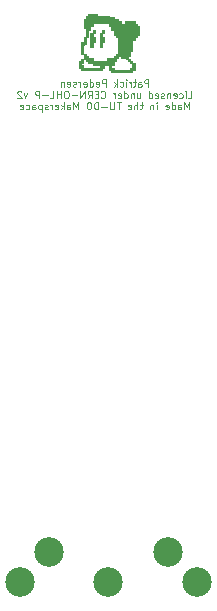
<source format=gbr>
%TF.GenerationSoftware,KiCad,Pcbnew,6.0.8-f2edbf62ab~116~ubuntu20.04.1*%
%TF.CreationDate,2022-11-14T20:45:06+01:00*%
%TF.ProjectId,MIDI_IN,4d494449-5f49-44e2-9e6b-696361645f70,rev?*%
%TF.SameCoordinates,Original*%
%TF.FileFunction,Legend,Bot*%
%TF.FilePolarity,Positive*%
%FSLAX46Y46*%
G04 Gerber Fmt 4.6, Leading zero omitted, Abs format (unit mm)*
G04 Created by KiCad (PCBNEW 6.0.8-f2edbf62ab~116~ubuntu20.04.1) date 2022-11-14 20:45:06*
%MOMM*%
%LPD*%
G01*
G04 APERTURE LIST*
%ADD10C,0.010000*%
%ADD11C,0.100000*%
%ADD12C,2.499360*%
G04 APERTURE END LIST*
D10*
G36*
X101244581Y-72447066D02*
G01*
X101046144Y-72447066D01*
X101046144Y-72248629D01*
X101244581Y-72248629D01*
X101244581Y-72447066D01*
G37*
X101244581Y-72447066D02*
X101046144Y-72447066D01*
X101046144Y-72248629D01*
X101244581Y-72248629D01*
X101244581Y-72447066D01*
G36*
X100265623Y-72843941D02*
G01*
X100464061Y-72843941D01*
X100464061Y-73240816D01*
X100265623Y-73240816D01*
X100265623Y-73637691D01*
X100067186Y-73637691D01*
X100067186Y-72447066D01*
X100265623Y-72447066D01*
X100265623Y-72843941D01*
G37*
X100265623Y-72843941D02*
X100464061Y-72843941D01*
X100464061Y-73240816D01*
X100265623Y-73240816D01*
X100265623Y-73637691D01*
X100067186Y-73637691D01*
X100067186Y-72447066D01*
X100265623Y-72447066D01*
X100265623Y-72843941D01*
G36*
X101058610Y-75416446D02*
G01*
X101057190Y-75421394D01*
X101055871Y-75427083D01*
X101054652Y-75433518D01*
X101053532Y-75440701D01*
X101051588Y-75457327D01*
X101050032Y-75476987D01*
X101048859Y-75499709D01*
X101044972Y-75595621D01*
X100724745Y-75597076D01*
X100156467Y-75598604D01*
X99621268Y-75597226D01*
X99287811Y-75595631D01*
X99283926Y-75499719D01*
X99283387Y-75487974D01*
X99282753Y-75476997D01*
X99282024Y-75466786D01*
X99281198Y-75457337D01*
X99280274Y-75448647D01*
X99279253Y-75440711D01*
X99278134Y-75433528D01*
X99276915Y-75427093D01*
X99276268Y-75424155D01*
X99275595Y-75421403D01*
X99274898Y-75418837D01*
X99274176Y-75416455D01*
X99273428Y-75414258D01*
X99272655Y-75412246D01*
X99271856Y-75410417D01*
X99271031Y-75408771D01*
X99270181Y-75407308D01*
X99269305Y-75406028D01*
X99268403Y-75404930D01*
X99267476Y-75404013D01*
X99266522Y-75403278D01*
X99265542Y-75402723D01*
X99264535Y-75402349D01*
X99263503Y-75402155D01*
X99250819Y-75401382D01*
X99228508Y-75400500D01*
X99199716Y-75399618D01*
X99167591Y-75398845D01*
X99088217Y-75397190D01*
X99088217Y-75211974D01*
X99280048Y-75211974D01*
X99375959Y-75211968D01*
X99471871Y-75211962D01*
X99473336Y-75281416D01*
X99473714Y-75310732D01*
X99473662Y-75339211D01*
X99473484Y-75352119D01*
X99473210Y-75363597D01*
X99472844Y-75373237D01*
X99472390Y-75380634D01*
X99472409Y-75380644D01*
X99469999Y-75410410D01*
X100854919Y-75410410D01*
X100854619Y-75314498D01*
X100854319Y-75218587D01*
X100266771Y-75211468D01*
X100259011Y-75020148D01*
X99875365Y-75020148D01*
X99868750Y-74921958D01*
X99862136Y-74823768D01*
X99766224Y-74826933D01*
X99670313Y-74830097D01*
X99670313Y-74628725D01*
X99478490Y-74636495D01*
X99476835Y-74719178D01*
X99473555Y-74911001D01*
X99471930Y-75020142D01*
X99379297Y-75015746D01*
X99369855Y-75015356D01*
X99360670Y-75015089D01*
X99351788Y-75014941D01*
X99343258Y-75014909D01*
X99335126Y-75014991D01*
X99327443Y-75015181D01*
X99320254Y-75015478D01*
X99313609Y-75015878D01*
X99307555Y-75016376D01*
X99302140Y-75016971D01*
X99297412Y-75017658D01*
X99293419Y-75018434D01*
X99290210Y-75019296D01*
X99288913Y-75019757D01*
X99287831Y-75020240D01*
X99286968Y-75020741D01*
X99286331Y-75021263D01*
X99285926Y-75021803D01*
X99285758Y-75022361D01*
X99284411Y-75056367D01*
X99282448Y-75122671D01*
X99280048Y-75211974D01*
X99088217Y-75211974D01*
X99088217Y-74829494D01*
X99184128Y-74825610D01*
X99280040Y-74821725D01*
X99287809Y-74629902D01*
X99485088Y-74629902D01*
X99485088Y-74219798D01*
X99286650Y-74219798D01*
X99286650Y-73240839D01*
X99485088Y-73240839D01*
X99485088Y-73050559D01*
X99485000Y-72979623D01*
X99485224Y-72951346D01*
X99485924Y-72927396D01*
X99487322Y-72907420D01*
X99488352Y-72898812D01*
X99489641Y-72891066D01*
X99491215Y-72884137D01*
X99493104Y-72877983D01*
X99495334Y-72872558D01*
X99497933Y-72867819D01*
X99500930Y-72863722D01*
X99504351Y-72860223D01*
X99508226Y-72857278D01*
X99512582Y-72854842D01*
X99517446Y-72852873D01*
X99522847Y-72851326D01*
X99528812Y-72850157D01*
X99535369Y-72849323D01*
X99542546Y-72848778D01*
X99550371Y-72848480D01*
X99568076Y-72848447D01*
X99612484Y-72849401D01*
X99676809Y-72850581D01*
X99675204Y-72939878D01*
X99673588Y-73063008D01*
X99671949Y-73233648D01*
X99670294Y-73438120D01*
X99574382Y-73442005D01*
X99478471Y-73445890D01*
X99478471Y-74213181D01*
X99676909Y-74226411D01*
X99676458Y-74322322D01*
X99676008Y-74418233D01*
X99868750Y-74418233D01*
X99868750Y-74616670D01*
X99977891Y-74618320D01*
X100173021Y-74621626D01*
X100259011Y-74623286D01*
X100262891Y-74718929D01*
X100266771Y-74814574D01*
X100854402Y-74818149D01*
X101442032Y-74821724D01*
X101445833Y-74722505D01*
X101449633Y-74623286D01*
X102037182Y-74616167D01*
X102044946Y-74424847D01*
X102127628Y-74423193D01*
X102160776Y-74422422D01*
X102189908Y-74421542D01*
X102211879Y-74420661D01*
X102219194Y-74420254D01*
X102223539Y-74419888D01*
X102224235Y-74419677D01*
X102224920Y-74419224D01*
X102226255Y-74417612D01*
X102227537Y-74415097D01*
X102228762Y-74411722D01*
X102229922Y-74407533D01*
X102231012Y-74402573D01*
X102232959Y-74390520D01*
X102234555Y-74375917D01*
X102235753Y-74359118D01*
X102236507Y-74340480D01*
X102236769Y-74320355D01*
X102236769Y-74222477D01*
X102312836Y-74225457D01*
X102357215Y-74229085D01*
X102374726Y-74230072D01*
X102389439Y-74228688D01*
X102401595Y-74223569D01*
X102411433Y-74213349D01*
X102419193Y-74196663D01*
X102425117Y-74172147D01*
X102429444Y-74138435D01*
X102432414Y-74094164D01*
X102435247Y-73968480D01*
X102435206Y-73530338D01*
X102435206Y-72843964D01*
X102236769Y-72843964D01*
X102236769Y-72645527D01*
X102038331Y-72645527D01*
X102038331Y-72248652D01*
X101839895Y-72248652D01*
X101839895Y-71857473D01*
X101743984Y-71857923D01*
X101648072Y-71858373D01*
X101641458Y-71756999D01*
X101634843Y-71655625D01*
X100265625Y-71657435D01*
X100265625Y-71851755D01*
X100067187Y-71851755D01*
X100067187Y-72248630D01*
X99868750Y-72248630D01*
X99868750Y-72843942D01*
X99674537Y-72843942D01*
X99677137Y-72509906D01*
X99677669Y-72375248D01*
X99677198Y-72255534D01*
X99675834Y-72163788D01*
X99674853Y-72132472D01*
X99673692Y-72113031D01*
X99667649Y-72050192D01*
X99485106Y-72050192D01*
X99485106Y-71269672D01*
X99670314Y-71269672D01*
X99671969Y-71223370D01*
X99672369Y-71213799D01*
X99672872Y-71204348D01*
X99673458Y-71195261D01*
X99674108Y-71186783D01*
X99674800Y-71179158D01*
X99675514Y-71172629D01*
X99676231Y-71167441D01*
X99676583Y-71165427D01*
X99676929Y-71163839D01*
X99677627Y-71160372D01*
X99678344Y-71155571D01*
X99679058Y-71149654D01*
X99679750Y-71142838D01*
X99680399Y-71135340D01*
X99680986Y-71127376D01*
X99681489Y-71119165D01*
X99681889Y-71110922D01*
X99683544Y-71071235D01*
X99868752Y-71071235D01*
X99870407Y-71031548D01*
X99871310Y-71014050D01*
X99872546Y-70995747D01*
X99873952Y-70978807D01*
X99874668Y-70971527D01*
X99875367Y-70965402D01*
X99876782Y-70952519D01*
X99878188Y-70937000D01*
X99879423Y-70920800D01*
X99880326Y-70905870D01*
X99881981Y-70872797D01*
X100648114Y-70872797D01*
X100651999Y-70968709D01*
X100655884Y-71064620D01*
X101342255Y-71071235D01*
X102028627Y-71077850D01*
X102031717Y-71263058D01*
X102427437Y-71276288D01*
X102423739Y-71345500D01*
X102422729Y-71366066D01*
X102422119Y-71384200D01*
X102422040Y-71400055D01*
X102422622Y-71413782D01*
X102423202Y-71419896D01*
X102423996Y-71425535D01*
X102425021Y-71430719D01*
X102426292Y-71435466D01*
X102427827Y-71439796D01*
X102429641Y-71443727D01*
X102431751Y-71447280D01*
X102434174Y-71450471D01*
X102436924Y-71453322D01*
X102440020Y-71455851D01*
X102443477Y-71458077D01*
X102447311Y-71460019D01*
X102451539Y-71461696D01*
X102456177Y-71463127D01*
X102461241Y-71464331D01*
X102466748Y-71465328D01*
X102472715Y-71466136D01*
X102479156Y-71466774D01*
X102493531Y-71467618D01*
X102510003Y-71468013D01*
X102528702Y-71468111D01*
X102620415Y-71468111D01*
X102620415Y-71666548D01*
X103030519Y-71666548D01*
X103030519Y-71468111D01*
X103813315Y-71468111D01*
X103810328Y-71517720D01*
X103809765Y-71528698D01*
X103809314Y-71540897D01*
X103808761Y-71567329D01*
X103808708Y-71593762D01*
X103808880Y-71605961D01*
X103809190Y-71616939D01*
X103811039Y-71666548D01*
X104012939Y-71666548D01*
X104005659Y-71711410D01*
X104004345Y-71721531D01*
X104003407Y-71733118D01*
X104002845Y-71745763D01*
X104002659Y-71759060D01*
X104002848Y-71772603D01*
X104003413Y-71785983D01*
X104004354Y-71798794D01*
X104005670Y-71810628D01*
X104012960Y-71864986D01*
X104209684Y-71864986D01*
X104201300Y-72632248D01*
X104154998Y-72633158D01*
X104134573Y-72633913D01*
X104112346Y-72635328D01*
X104089629Y-72637253D01*
X104067730Y-72639538D01*
X104047961Y-72642032D01*
X104031632Y-72644586D01*
X104025168Y-72645838D01*
X104020054Y-72647048D01*
X104016456Y-72648198D01*
X104015276Y-72648745D01*
X104014537Y-72649269D01*
X104014169Y-72650084D01*
X104013781Y-72651782D01*
X104012963Y-72657638D01*
X104012108Y-72666456D01*
X104011241Y-72677859D01*
X104009580Y-72706900D01*
X104008188Y-72741727D01*
X104007682Y-72756432D01*
X104007148Y-72769434D01*
X104006544Y-72780839D01*
X104005832Y-72790754D01*
X104005423Y-72795187D01*
X104004972Y-72799287D01*
X104004474Y-72803068D01*
X104003924Y-72806543D01*
X104003316Y-72809726D01*
X104002647Y-72812630D01*
X104001911Y-72815268D01*
X104001103Y-72817653D01*
X104000218Y-72819800D01*
X103999250Y-72821720D01*
X103998196Y-72823429D01*
X103997051Y-72824938D01*
X103995808Y-72826261D01*
X103994463Y-72827412D01*
X103993012Y-72828404D01*
X103991448Y-72829250D01*
X103989768Y-72829964D01*
X103987967Y-72830559D01*
X103986038Y-72831047D01*
X103983978Y-72831444D01*
X103981780Y-72831761D01*
X103979442Y-72832013D01*
X103974319Y-72832372D01*
X103967824Y-72832771D01*
X103961243Y-72833274D01*
X103954757Y-72833861D01*
X103948548Y-72834510D01*
X103942796Y-72835202D01*
X103937684Y-72835916D01*
X103933392Y-72836633D01*
X103930102Y-72837331D01*
X103926364Y-72838030D01*
X103920790Y-72838746D01*
X103913649Y-72839460D01*
X103905215Y-72840152D01*
X103885547Y-72841388D01*
X103863956Y-72842291D01*
X103811039Y-72843946D01*
X103811039Y-73029155D01*
X103612602Y-73029155D01*
X103612602Y-74021342D01*
X103414164Y-74021342D01*
X103414164Y-74418217D01*
X103215727Y-74418217D01*
X103215727Y-74629884D01*
X103414164Y-74629884D01*
X103414164Y-74812921D01*
X103320402Y-74817316D01*
X103301455Y-74818086D01*
X103283565Y-74818586D01*
X103267137Y-74818822D01*
X103252579Y-74818798D01*
X103240298Y-74818519D01*
X103235138Y-74818285D01*
X103230700Y-74817989D01*
X103227035Y-74817632D01*
X103224193Y-74817213D01*
X103222225Y-74816735D01*
X103221585Y-74816473D01*
X103221183Y-74816196D01*
X103220627Y-74815166D01*
X103220087Y-74813244D01*
X103219064Y-74806923D01*
X103218138Y-74797627D01*
X103217330Y-74785749D01*
X103216662Y-74771682D01*
X103216157Y-74755821D01*
X103215838Y-74738557D01*
X103215727Y-74720285D01*
X103215727Y-74629886D01*
X103172732Y-74629351D01*
X103023784Y-74625901D01*
X102847212Y-74619877D01*
X102698925Y-74613425D01*
X102652860Y-74610711D01*
X102634832Y-74608695D01*
X102634295Y-74607711D01*
X102633801Y-74605843D01*
X102632954Y-74599647D01*
X102632302Y-74590495D01*
X102631854Y-74578776D01*
X102631620Y-74564878D01*
X102631612Y-74549190D01*
X102631839Y-74532100D01*
X102632312Y-74513996D01*
X102635218Y-74424393D01*
X102435207Y-74424393D01*
X102435207Y-74520524D01*
X102435148Y-74532704D01*
X102434971Y-74544006D01*
X102434673Y-74554443D01*
X102434252Y-74564031D01*
X102433704Y-74572784D01*
X102433028Y-74580716D01*
X102432222Y-74587842D01*
X102431768Y-74591107D01*
X102431282Y-74594176D01*
X102430761Y-74597050D01*
X102430206Y-74599733D01*
X102429616Y-74602224D01*
X102428992Y-74604526D01*
X102428333Y-74606642D01*
X102427638Y-74608572D01*
X102426907Y-74610318D01*
X102426140Y-74611883D01*
X102425337Y-74613268D01*
X102424497Y-74614475D01*
X102423620Y-74615505D01*
X102422706Y-74616361D01*
X102421754Y-74617045D01*
X102420765Y-74617557D01*
X102419737Y-74617901D01*
X102418670Y-74618077D01*
X102405986Y-74618777D01*
X102383675Y-74619634D01*
X102322759Y-74621382D01*
X102243384Y-74623267D01*
X102239497Y-74719179D01*
X102235609Y-74815089D01*
X102179965Y-74816429D01*
X102154967Y-74816763D01*
X102128036Y-74816683D01*
X102102411Y-74816223D01*
X102091098Y-74815860D01*
X102081326Y-74815414D01*
X102038331Y-74813059D01*
X102038331Y-75211961D01*
X101839894Y-75211961D01*
X101839894Y-75410398D01*
X102038331Y-75410398D01*
X102038331Y-75609071D01*
X102729445Y-75605647D01*
X103420559Y-75602222D01*
X103417767Y-75506310D01*
X103414975Y-75410399D01*
X103613309Y-75410399D01*
X103605987Y-75020139D01*
X103420779Y-75020139D01*
X103416892Y-74924227D01*
X103413005Y-74828316D01*
X103612601Y-74828316D01*
X103612601Y-74920920D01*
X103612653Y-74930362D01*
X103612804Y-74939557D01*
X103613049Y-74948457D01*
X103613384Y-74957013D01*
X103613803Y-74965176D01*
X103614302Y-74972898D01*
X103614874Y-74980132D01*
X103615516Y-74986828D01*
X103616221Y-74992938D01*
X103616986Y-74998414D01*
X103617804Y-75003208D01*
X103618671Y-75007270D01*
X103619581Y-75010554D01*
X103620530Y-75013010D01*
X103621017Y-75013912D01*
X103621512Y-75014590D01*
X103622015Y-75015036D01*
X103622523Y-75015245D01*
X103632617Y-75016674D01*
X103646500Y-75018176D01*
X103682297Y-75021156D01*
X103723232Y-75023702D01*
X103762626Y-75025336D01*
X103813433Y-75026751D01*
X103804529Y-75595605D01*
X103728409Y-75597260D01*
X103697548Y-75598032D01*
X103669792Y-75598914D01*
X103648180Y-75599796D01*
X103640628Y-75600203D01*
X103635753Y-75600569D01*
X103633715Y-75601137D01*
X103631781Y-75602425D01*
X103629952Y-75604437D01*
X103628226Y-75607176D01*
X103626603Y-75610644D01*
X103625082Y-75614846D01*
X103623663Y-75619784D01*
X103622344Y-75625462D01*
X103621125Y-75631883D01*
X103620005Y-75639051D01*
X103618061Y-75655638D01*
X103616506Y-75675250D01*
X103615334Y-75697912D01*
X103611452Y-75793600D01*
X103271376Y-75797131D01*
X103271364Y-75797134D01*
X102969008Y-75799117D01*
X102719621Y-75798955D01*
X102181112Y-75795650D01*
X101854270Y-75794050D01*
X101846496Y-75602227D01*
X101750584Y-75598342D01*
X101654673Y-75594457D01*
X101652860Y-75426365D01*
X101651604Y-75300849D01*
X101651136Y-75235121D01*
X101650407Y-75230193D01*
X101648025Y-75225792D01*
X101643766Y-75221902D01*
X101637400Y-75218506D01*
X101628701Y-75215587D01*
X101617441Y-75213128D01*
X101603394Y-75211113D01*
X101586332Y-75209524D01*
X101542253Y-75207559D01*
X101483387Y-75207098D01*
X101407916Y-75208007D01*
X101314022Y-75210151D01*
X101244569Y-75211971D01*
X101244569Y-75397180D01*
X101165194Y-75398835D01*
X101133069Y-75399608D01*
X101104278Y-75400490D01*
X101081967Y-75401371D01*
X101074224Y-75401778D01*
X101069283Y-75402145D01*
X101067244Y-75402713D01*
X101065310Y-75404003D01*
X101063480Y-75406018D01*
X101061754Y-75408761D01*
X101060984Y-75410410D01*
X101060131Y-75412236D01*
X101058610Y-75416446D01*
G37*
X101058610Y-75416446D02*
X101057190Y-75421394D01*
X101055871Y-75427083D01*
X101054652Y-75433518D01*
X101053532Y-75440701D01*
X101051588Y-75457327D01*
X101050032Y-75476987D01*
X101048859Y-75499709D01*
X101044972Y-75595621D01*
X100724745Y-75597076D01*
X100156467Y-75598604D01*
X99621268Y-75597226D01*
X99287811Y-75595631D01*
X99283926Y-75499719D01*
X99283387Y-75487974D01*
X99282753Y-75476997D01*
X99282024Y-75466786D01*
X99281198Y-75457337D01*
X99280274Y-75448647D01*
X99279253Y-75440711D01*
X99278134Y-75433528D01*
X99276915Y-75427093D01*
X99276268Y-75424155D01*
X99275595Y-75421403D01*
X99274898Y-75418837D01*
X99274176Y-75416455D01*
X99273428Y-75414258D01*
X99272655Y-75412246D01*
X99271856Y-75410417D01*
X99271031Y-75408771D01*
X99270181Y-75407308D01*
X99269305Y-75406028D01*
X99268403Y-75404930D01*
X99267476Y-75404013D01*
X99266522Y-75403278D01*
X99265542Y-75402723D01*
X99264535Y-75402349D01*
X99263503Y-75402155D01*
X99250819Y-75401382D01*
X99228508Y-75400500D01*
X99199716Y-75399618D01*
X99167591Y-75398845D01*
X99088217Y-75397190D01*
X99088217Y-75211974D01*
X99280048Y-75211974D01*
X99375959Y-75211968D01*
X99471871Y-75211962D01*
X99473336Y-75281416D01*
X99473714Y-75310732D01*
X99473662Y-75339211D01*
X99473484Y-75352119D01*
X99473210Y-75363597D01*
X99472844Y-75373237D01*
X99472390Y-75380634D01*
X99472409Y-75380644D01*
X99469999Y-75410410D01*
X100854919Y-75410410D01*
X100854619Y-75314498D01*
X100854319Y-75218587D01*
X100266771Y-75211468D01*
X100259011Y-75020148D01*
X99875365Y-75020148D01*
X99868750Y-74921958D01*
X99862136Y-74823768D01*
X99766224Y-74826933D01*
X99670313Y-74830097D01*
X99670313Y-74628725D01*
X99478490Y-74636495D01*
X99476835Y-74719178D01*
X99473555Y-74911001D01*
X99471930Y-75020142D01*
X99379297Y-75015746D01*
X99369855Y-75015356D01*
X99360670Y-75015089D01*
X99351788Y-75014941D01*
X99343258Y-75014909D01*
X99335126Y-75014991D01*
X99327443Y-75015181D01*
X99320254Y-75015478D01*
X99313609Y-75015878D01*
X99307555Y-75016376D01*
X99302140Y-75016971D01*
X99297412Y-75017658D01*
X99293419Y-75018434D01*
X99290210Y-75019296D01*
X99288913Y-75019757D01*
X99287831Y-75020240D01*
X99286968Y-75020741D01*
X99286331Y-75021263D01*
X99285926Y-75021803D01*
X99285758Y-75022361D01*
X99284411Y-75056367D01*
X99282448Y-75122671D01*
X99280048Y-75211974D01*
X99088217Y-75211974D01*
X99088217Y-74829494D01*
X99184128Y-74825610D01*
X99280040Y-74821725D01*
X99287809Y-74629902D01*
X99485088Y-74629902D01*
X99485088Y-74219798D01*
X99286650Y-74219798D01*
X99286650Y-73240839D01*
X99485088Y-73240839D01*
X99485088Y-73050559D01*
X99485000Y-72979623D01*
X99485224Y-72951346D01*
X99485924Y-72927396D01*
X99487322Y-72907420D01*
X99488352Y-72898812D01*
X99489641Y-72891066D01*
X99491215Y-72884137D01*
X99493104Y-72877983D01*
X99495334Y-72872558D01*
X99497933Y-72867819D01*
X99500930Y-72863722D01*
X99504351Y-72860223D01*
X99508226Y-72857278D01*
X99512582Y-72854842D01*
X99517446Y-72852873D01*
X99522847Y-72851326D01*
X99528812Y-72850157D01*
X99535369Y-72849323D01*
X99542546Y-72848778D01*
X99550371Y-72848480D01*
X99568076Y-72848447D01*
X99612484Y-72849401D01*
X99676809Y-72850581D01*
X99675204Y-72939878D01*
X99673588Y-73063008D01*
X99671949Y-73233648D01*
X99670294Y-73438120D01*
X99574382Y-73442005D01*
X99478471Y-73445890D01*
X99478471Y-74213181D01*
X99676909Y-74226411D01*
X99676458Y-74322322D01*
X99676008Y-74418233D01*
X99868750Y-74418233D01*
X99868750Y-74616670D01*
X99977891Y-74618320D01*
X100173021Y-74621626D01*
X100259011Y-74623286D01*
X100262891Y-74718929D01*
X100266771Y-74814574D01*
X100854402Y-74818149D01*
X101442032Y-74821724D01*
X101445833Y-74722505D01*
X101449633Y-74623286D01*
X102037182Y-74616167D01*
X102044946Y-74424847D01*
X102127628Y-74423193D01*
X102160776Y-74422422D01*
X102189908Y-74421542D01*
X102211879Y-74420661D01*
X102219194Y-74420254D01*
X102223539Y-74419888D01*
X102224235Y-74419677D01*
X102224920Y-74419224D01*
X102226255Y-74417612D01*
X102227537Y-74415097D01*
X102228762Y-74411722D01*
X102229922Y-74407533D01*
X102231012Y-74402573D01*
X102232959Y-74390520D01*
X102234555Y-74375917D01*
X102235753Y-74359118D01*
X102236507Y-74340480D01*
X102236769Y-74320355D01*
X102236769Y-74222477D01*
X102312836Y-74225457D01*
X102357215Y-74229085D01*
X102374726Y-74230072D01*
X102389439Y-74228688D01*
X102401595Y-74223569D01*
X102411433Y-74213349D01*
X102419193Y-74196663D01*
X102425117Y-74172147D01*
X102429444Y-74138435D01*
X102432414Y-74094164D01*
X102435247Y-73968480D01*
X102435206Y-73530338D01*
X102435206Y-72843964D01*
X102236769Y-72843964D01*
X102236769Y-72645527D01*
X102038331Y-72645527D01*
X102038331Y-72248652D01*
X101839895Y-72248652D01*
X101839895Y-71857473D01*
X101743984Y-71857923D01*
X101648072Y-71858373D01*
X101641458Y-71756999D01*
X101634843Y-71655625D01*
X100265625Y-71657435D01*
X100265625Y-71851755D01*
X100067187Y-71851755D01*
X100067187Y-72248630D01*
X99868750Y-72248630D01*
X99868750Y-72843942D01*
X99674537Y-72843942D01*
X99677137Y-72509906D01*
X99677669Y-72375248D01*
X99677198Y-72255534D01*
X99675834Y-72163788D01*
X99674853Y-72132472D01*
X99673692Y-72113031D01*
X99667649Y-72050192D01*
X99485106Y-72050192D01*
X99485106Y-71269672D01*
X99670314Y-71269672D01*
X99671969Y-71223370D01*
X99672369Y-71213799D01*
X99672872Y-71204348D01*
X99673458Y-71195261D01*
X99674108Y-71186783D01*
X99674800Y-71179158D01*
X99675514Y-71172629D01*
X99676231Y-71167441D01*
X99676583Y-71165427D01*
X99676929Y-71163839D01*
X99677627Y-71160372D01*
X99678344Y-71155571D01*
X99679058Y-71149654D01*
X99679750Y-71142838D01*
X99680399Y-71135340D01*
X99680986Y-71127376D01*
X99681489Y-71119165D01*
X99681889Y-71110922D01*
X99683544Y-71071235D01*
X99868752Y-71071235D01*
X99870407Y-71031548D01*
X99871310Y-71014050D01*
X99872546Y-70995747D01*
X99873952Y-70978807D01*
X99874668Y-70971527D01*
X99875367Y-70965402D01*
X99876782Y-70952519D01*
X99878188Y-70937000D01*
X99879423Y-70920800D01*
X99880326Y-70905870D01*
X99881981Y-70872797D01*
X100648114Y-70872797D01*
X100651999Y-70968709D01*
X100655884Y-71064620D01*
X101342255Y-71071235D01*
X102028627Y-71077850D01*
X102031717Y-71263058D01*
X102427437Y-71276288D01*
X102423739Y-71345500D01*
X102422729Y-71366066D01*
X102422119Y-71384200D01*
X102422040Y-71400055D01*
X102422622Y-71413782D01*
X102423202Y-71419896D01*
X102423996Y-71425535D01*
X102425021Y-71430719D01*
X102426292Y-71435466D01*
X102427827Y-71439796D01*
X102429641Y-71443727D01*
X102431751Y-71447280D01*
X102434174Y-71450471D01*
X102436924Y-71453322D01*
X102440020Y-71455851D01*
X102443477Y-71458077D01*
X102447311Y-71460019D01*
X102451539Y-71461696D01*
X102456177Y-71463127D01*
X102461241Y-71464331D01*
X102466748Y-71465328D01*
X102472715Y-71466136D01*
X102479156Y-71466774D01*
X102493531Y-71467618D01*
X102510003Y-71468013D01*
X102528702Y-71468111D01*
X102620415Y-71468111D01*
X102620415Y-71666548D01*
X103030519Y-71666548D01*
X103030519Y-71468111D01*
X103813315Y-71468111D01*
X103810328Y-71517720D01*
X103809765Y-71528698D01*
X103809314Y-71540897D01*
X103808761Y-71567329D01*
X103808708Y-71593762D01*
X103808880Y-71605961D01*
X103809190Y-71616939D01*
X103811039Y-71666548D01*
X104012939Y-71666548D01*
X104005659Y-71711410D01*
X104004345Y-71721531D01*
X104003407Y-71733118D01*
X104002845Y-71745763D01*
X104002659Y-71759060D01*
X104002848Y-71772603D01*
X104003413Y-71785983D01*
X104004354Y-71798794D01*
X104005670Y-71810628D01*
X104012960Y-71864986D01*
X104209684Y-71864986D01*
X104201300Y-72632248D01*
X104154998Y-72633158D01*
X104134573Y-72633913D01*
X104112346Y-72635328D01*
X104089629Y-72637253D01*
X104067730Y-72639538D01*
X104047961Y-72642032D01*
X104031632Y-72644586D01*
X104025168Y-72645838D01*
X104020054Y-72647048D01*
X104016456Y-72648198D01*
X104015276Y-72648745D01*
X104014537Y-72649269D01*
X104014169Y-72650084D01*
X104013781Y-72651782D01*
X104012963Y-72657638D01*
X104012108Y-72666456D01*
X104011241Y-72677859D01*
X104009580Y-72706900D01*
X104008188Y-72741727D01*
X104007682Y-72756432D01*
X104007148Y-72769434D01*
X104006544Y-72780839D01*
X104005832Y-72790754D01*
X104005423Y-72795187D01*
X104004972Y-72799287D01*
X104004474Y-72803068D01*
X104003924Y-72806543D01*
X104003316Y-72809726D01*
X104002647Y-72812630D01*
X104001911Y-72815268D01*
X104001103Y-72817653D01*
X104000218Y-72819800D01*
X103999250Y-72821720D01*
X103998196Y-72823429D01*
X103997051Y-72824938D01*
X103995808Y-72826261D01*
X103994463Y-72827412D01*
X103993012Y-72828404D01*
X103991448Y-72829250D01*
X103989768Y-72829964D01*
X103987967Y-72830559D01*
X103986038Y-72831047D01*
X103983978Y-72831444D01*
X103981780Y-72831761D01*
X103979442Y-72832013D01*
X103974319Y-72832372D01*
X103967824Y-72832771D01*
X103961243Y-72833274D01*
X103954757Y-72833861D01*
X103948548Y-72834510D01*
X103942796Y-72835202D01*
X103937684Y-72835916D01*
X103933392Y-72836633D01*
X103930102Y-72837331D01*
X103926364Y-72838030D01*
X103920790Y-72838746D01*
X103913649Y-72839460D01*
X103905215Y-72840152D01*
X103885547Y-72841388D01*
X103863956Y-72842291D01*
X103811039Y-72843946D01*
X103811039Y-73029155D01*
X103612602Y-73029155D01*
X103612602Y-74021342D01*
X103414164Y-74021342D01*
X103414164Y-74418217D01*
X103215727Y-74418217D01*
X103215727Y-74629884D01*
X103414164Y-74629884D01*
X103414164Y-74812921D01*
X103320402Y-74817316D01*
X103301455Y-74818086D01*
X103283565Y-74818586D01*
X103267137Y-74818822D01*
X103252579Y-74818798D01*
X103240298Y-74818519D01*
X103235138Y-74818285D01*
X103230700Y-74817989D01*
X103227035Y-74817632D01*
X103224193Y-74817213D01*
X103222225Y-74816735D01*
X103221585Y-74816473D01*
X103221183Y-74816196D01*
X103220627Y-74815166D01*
X103220087Y-74813244D01*
X103219064Y-74806923D01*
X103218138Y-74797627D01*
X103217330Y-74785749D01*
X103216662Y-74771682D01*
X103216157Y-74755821D01*
X103215838Y-74738557D01*
X103215727Y-74720285D01*
X103215727Y-74629886D01*
X103172732Y-74629351D01*
X103023784Y-74625901D01*
X102847212Y-74619877D01*
X102698925Y-74613425D01*
X102652860Y-74610711D01*
X102634832Y-74608695D01*
X102634295Y-74607711D01*
X102633801Y-74605843D01*
X102632954Y-74599647D01*
X102632302Y-74590495D01*
X102631854Y-74578776D01*
X102631620Y-74564878D01*
X102631612Y-74549190D01*
X102631839Y-74532100D01*
X102632312Y-74513996D01*
X102635218Y-74424393D01*
X102435207Y-74424393D01*
X102435207Y-74520524D01*
X102435148Y-74532704D01*
X102434971Y-74544006D01*
X102434673Y-74554443D01*
X102434252Y-74564031D01*
X102433704Y-74572784D01*
X102433028Y-74580716D01*
X102432222Y-74587842D01*
X102431768Y-74591107D01*
X102431282Y-74594176D01*
X102430761Y-74597050D01*
X102430206Y-74599733D01*
X102429616Y-74602224D01*
X102428992Y-74604526D01*
X102428333Y-74606642D01*
X102427638Y-74608572D01*
X102426907Y-74610318D01*
X102426140Y-74611883D01*
X102425337Y-74613268D01*
X102424497Y-74614475D01*
X102423620Y-74615505D01*
X102422706Y-74616361D01*
X102421754Y-74617045D01*
X102420765Y-74617557D01*
X102419737Y-74617901D01*
X102418670Y-74618077D01*
X102405986Y-74618777D01*
X102383675Y-74619634D01*
X102322759Y-74621382D01*
X102243384Y-74623267D01*
X102239497Y-74719179D01*
X102235609Y-74815089D01*
X102179965Y-74816429D01*
X102154967Y-74816763D01*
X102128036Y-74816683D01*
X102102411Y-74816223D01*
X102091098Y-74815860D01*
X102081326Y-74815414D01*
X102038331Y-74813059D01*
X102038331Y-75211961D01*
X101839894Y-75211961D01*
X101839894Y-75410398D01*
X102038331Y-75410398D01*
X102038331Y-75609071D01*
X102729445Y-75605647D01*
X103420559Y-75602222D01*
X103417767Y-75506310D01*
X103414975Y-75410399D01*
X103613309Y-75410399D01*
X103605987Y-75020139D01*
X103420779Y-75020139D01*
X103416892Y-74924227D01*
X103413005Y-74828316D01*
X103612601Y-74828316D01*
X103612601Y-74920920D01*
X103612653Y-74930362D01*
X103612804Y-74939557D01*
X103613049Y-74948457D01*
X103613384Y-74957013D01*
X103613803Y-74965176D01*
X103614302Y-74972898D01*
X103614874Y-74980132D01*
X103615516Y-74986828D01*
X103616221Y-74992938D01*
X103616986Y-74998414D01*
X103617804Y-75003208D01*
X103618671Y-75007270D01*
X103619581Y-75010554D01*
X103620530Y-75013010D01*
X103621017Y-75013912D01*
X103621512Y-75014590D01*
X103622015Y-75015036D01*
X103622523Y-75015245D01*
X103632617Y-75016674D01*
X103646500Y-75018176D01*
X103682297Y-75021156D01*
X103723232Y-75023702D01*
X103762626Y-75025336D01*
X103813433Y-75026751D01*
X103804529Y-75595605D01*
X103728409Y-75597260D01*
X103697548Y-75598032D01*
X103669792Y-75598914D01*
X103648180Y-75599796D01*
X103640628Y-75600203D01*
X103635753Y-75600569D01*
X103633715Y-75601137D01*
X103631781Y-75602425D01*
X103629952Y-75604437D01*
X103628226Y-75607176D01*
X103626603Y-75610644D01*
X103625082Y-75614846D01*
X103623663Y-75619784D01*
X103622344Y-75625462D01*
X103621125Y-75631883D01*
X103620005Y-75639051D01*
X103618061Y-75655638D01*
X103616506Y-75675250D01*
X103615334Y-75697912D01*
X103611452Y-75793600D01*
X103271376Y-75797131D01*
X103271364Y-75797134D01*
X102969008Y-75799117D01*
X102719621Y-75798955D01*
X102181112Y-75795650D01*
X101854270Y-75794050D01*
X101846496Y-75602227D01*
X101750584Y-75598342D01*
X101654673Y-75594457D01*
X101652860Y-75426365D01*
X101651604Y-75300849D01*
X101651136Y-75235121D01*
X101650407Y-75230193D01*
X101648025Y-75225792D01*
X101643766Y-75221902D01*
X101637400Y-75218506D01*
X101628701Y-75215587D01*
X101617441Y-75213128D01*
X101603394Y-75211113D01*
X101586332Y-75209524D01*
X101542253Y-75207559D01*
X101483387Y-75207098D01*
X101407916Y-75208007D01*
X101314022Y-75210151D01*
X101244569Y-75211971D01*
X101244569Y-75397180D01*
X101165194Y-75398835D01*
X101133069Y-75399608D01*
X101104278Y-75400490D01*
X101081967Y-75401371D01*
X101074224Y-75401778D01*
X101069283Y-75402145D01*
X101067244Y-75402713D01*
X101065310Y-75404003D01*
X101063480Y-75406018D01*
X101061754Y-75408761D01*
X101060984Y-75410410D01*
X101060131Y-75412236D01*
X101058610Y-75416446D01*
G36*
X101046144Y-72843941D02*
G01*
X101244581Y-72843941D01*
X101244581Y-73240816D01*
X101059373Y-73240816D01*
X101057719Y-73346650D01*
X101055886Y-73431940D01*
X101053262Y-73516748D01*
X101050385Y-73585959D01*
X101049022Y-73609994D01*
X101047797Y-73624462D01*
X101047798Y-73624462D01*
X101047595Y-73625149D01*
X101047162Y-73625827D01*
X101045632Y-73627149D01*
X101043250Y-73628423D01*
X101040062Y-73629642D01*
X101036112Y-73630800D01*
X101031444Y-73631890D01*
X101026103Y-73632907D01*
X101020133Y-73633844D01*
X101006484Y-73635451D01*
X100990852Y-73636662D01*
X100973592Y-73637426D01*
X100955059Y-73637691D01*
X100863975Y-73637691D01*
X100854563Y-73237509D01*
X100850805Y-73004332D01*
X100850569Y-72786789D01*
X100851739Y-72688442D01*
X100853749Y-72599476D01*
X100856586Y-72521717D01*
X100860238Y-72456989D01*
X100860394Y-72456480D01*
X100860789Y-72455978D01*
X100862268Y-72454995D01*
X100864626Y-72454046D01*
X100867816Y-72453136D01*
X100871789Y-72452269D01*
X100876498Y-72451451D01*
X100887933Y-72449981D01*
X100901737Y-72448767D01*
X100917528Y-72447849D01*
X100934923Y-72447269D01*
X100953540Y-72447066D01*
X101046144Y-72447066D01*
X101046144Y-72843941D01*
G37*
X101046144Y-72843941D02*
X101244581Y-72843941D01*
X101244581Y-73240816D01*
X101059373Y-73240816D01*
X101057719Y-73346650D01*
X101055886Y-73431940D01*
X101053262Y-73516748D01*
X101050385Y-73585959D01*
X101049022Y-73609994D01*
X101047797Y-73624462D01*
X101047798Y-73624462D01*
X101047595Y-73625149D01*
X101047162Y-73625827D01*
X101045632Y-73627149D01*
X101043250Y-73628423D01*
X101040062Y-73629642D01*
X101036112Y-73630800D01*
X101031444Y-73631890D01*
X101026103Y-73632907D01*
X101020133Y-73633844D01*
X101006484Y-73635451D01*
X100990852Y-73636662D01*
X100973592Y-73637426D01*
X100955059Y-73637691D01*
X100863975Y-73637691D01*
X100854563Y-73237509D01*
X100850805Y-73004332D01*
X100850569Y-72786789D01*
X100851739Y-72688442D01*
X100853749Y-72599476D01*
X100856586Y-72521717D01*
X100860238Y-72456989D01*
X100860394Y-72456480D01*
X100860789Y-72455978D01*
X100862268Y-72454995D01*
X100864626Y-72454046D01*
X100867816Y-72453136D01*
X100871789Y-72452269D01*
X100876498Y-72451451D01*
X100887933Y-72449981D01*
X100901737Y-72448767D01*
X100917528Y-72447849D01*
X100934923Y-72447269D01*
X100953540Y-72447066D01*
X101046144Y-72447066D01*
X101046144Y-72843941D01*
G36*
X100464061Y-72447066D02*
G01*
X100265623Y-72447066D01*
X100265623Y-72248629D01*
X100464061Y-72248629D01*
X100464061Y-72447066D01*
G37*
X100464061Y-72447066D02*
X100265623Y-72447066D01*
X100265623Y-72248629D01*
X100464061Y-72248629D01*
X100464061Y-72447066D01*
D11*
X104969800Y-77004028D02*
X104969800Y-76404028D01*
X104741228Y-76404028D01*
X104684085Y-76432600D01*
X104655514Y-76461171D01*
X104626942Y-76518314D01*
X104626942Y-76604028D01*
X104655514Y-76661171D01*
X104684085Y-76689742D01*
X104741228Y-76718314D01*
X104969800Y-76718314D01*
X104112657Y-77004028D02*
X104112657Y-76689742D01*
X104141228Y-76632600D01*
X104198371Y-76604028D01*
X104312657Y-76604028D01*
X104369800Y-76632600D01*
X104112657Y-76975457D02*
X104169800Y-77004028D01*
X104312657Y-77004028D01*
X104369800Y-76975457D01*
X104398371Y-76918314D01*
X104398371Y-76861171D01*
X104369800Y-76804028D01*
X104312657Y-76775457D01*
X104169800Y-76775457D01*
X104112657Y-76746885D01*
X103912657Y-76604028D02*
X103684085Y-76604028D01*
X103826942Y-76404028D02*
X103826942Y-76918314D01*
X103798371Y-76975457D01*
X103741228Y-77004028D01*
X103684085Y-77004028D01*
X103484085Y-77004028D02*
X103484085Y-76604028D01*
X103484085Y-76718314D02*
X103455514Y-76661171D01*
X103426942Y-76632600D01*
X103369800Y-76604028D01*
X103312657Y-76604028D01*
X103112657Y-77004028D02*
X103112657Y-76604028D01*
X103112657Y-76404028D02*
X103141228Y-76432600D01*
X103112657Y-76461171D01*
X103084085Y-76432600D01*
X103112657Y-76404028D01*
X103112657Y-76461171D01*
X102569800Y-76975457D02*
X102626942Y-77004028D01*
X102741228Y-77004028D01*
X102798371Y-76975457D01*
X102826942Y-76946885D01*
X102855514Y-76889742D01*
X102855514Y-76718314D01*
X102826942Y-76661171D01*
X102798371Y-76632600D01*
X102741228Y-76604028D01*
X102626942Y-76604028D01*
X102569800Y-76632600D01*
X102312657Y-77004028D02*
X102312657Y-76404028D01*
X102255514Y-76775457D02*
X102084085Y-77004028D01*
X102084085Y-76604028D02*
X102312657Y-76832600D01*
X101369800Y-77004028D02*
X101369800Y-76404028D01*
X101141228Y-76404028D01*
X101084085Y-76432600D01*
X101055514Y-76461171D01*
X101026942Y-76518314D01*
X101026942Y-76604028D01*
X101055514Y-76661171D01*
X101084085Y-76689742D01*
X101141228Y-76718314D01*
X101369800Y-76718314D01*
X100541228Y-76975457D02*
X100598371Y-77004028D01*
X100712657Y-77004028D01*
X100769800Y-76975457D01*
X100798371Y-76918314D01*
X100798371Y-76689742D01*
X100769800Y-76632600D01*
X100712657Y-76604028D01*
X100598371Y-76604028D01*
X100541228Y-76632600D01*
X100512657Y-76689742D01*
X100512657Y-76746885D01*
X100798371Y-76804028D01*
X99998371Y-77004028D02*
X99998371Y-76404028D01*
X99998371Y-76975457D02*
X100055514Y-77004028D01*
X100169800Y-77004028D01*
X100226942Y-76975457D01*
X100255514Y-76946885D01*
X100284085Y-76889742D01*
X100284085Y-76718314D01*
X100255514Y-76661171D01*
X100226942Y-76632600D01*
X100169800Y-76604028D01*
X100055514Y-76604028D01*
X99998371Y-76632600D01*
X99484085Y-76975457D02*
X99541228Y-77004028D01*
X99655514Y-77004028D01*
X99712657Y-76975457D01*
X99741228Y-76918314D01*
X99741228Y-76689742D01*
X99712657Y-76632600D01*
X99655514Y-76604028D01*
X99541228Y-76604028D01*
X99484085Y-76632600D01*
X99455514Y-76689742D01*
X99455514Y-76746885D01*
X99741228Y-76804028D01*
X99198371Y-77004028D02*
X99198371Y-76604028D01*
X99198371Y-76718314D02*
X99169800Y-76661171D01*
X99141228Y-76632600D01*
X99084085Y-76604028D01*
X99026942Y-76604028D01*
X98855514Y-76975457D02*
X98798371Y-77004028D01*
X98684085Y-77004028D01*
X98626942Y-76975457D01*
X98598371Y-76918314D01*
X98598371Y-76889742D01*
X98626942Y-76832600D01*
X98684085Y-76804028D01*
X98769800Y-76804028D01*
X98826942Y-76775457D01*
X98855514Y-76718314D01*
X98855514Y-76689742D01*
X98826942Y-76632600D01*
X98769800Y-76604028D01*
X98684085Y-76604028D01*
X98626942Y-76632600D01*
X98112657Y-76975457D02*
X98169800Y-77004028D01*
X98284085Y-77004028D01*
X98341228Y-76975457D01*
X98369800Y-76918314D01*
X98369800Y-76689742D01*
X98341228Y-76632600D01*
X98284085Y-76604028D01*
X98169800Y-76604028D01*
X98112657Y-76632600D01*
X98084085Y-76689742D01*
X98084085Y-76746885D01*
X98369800Y-76804028D01*
X97826942Y-76604028D02*
X97826942Y-77004028D01*
X97826942Y-76661171D02*
X97798371Y-76632600D01*
X97741228Y-76604028D01*
X97655514Y-76604028D01*
X97598371Y-76632600D01*
X97569800Y-76689742D01*
X97569800Y-77004028D01*
X108341228Y-77970028D02*
X108626942Y-77970028D01*
X108626942Y-77370028D01*
X108141228Y-77970028D02*
X108141228Y-77570028D01*
X108141228Y-77370028D02*
X108169800Y-77398600D01*
X108141228Y-77427171D01*
X108112657Y-77398600D01*
X108141228Y-77370028D01*
X108141228Y-77427171D01*
X107598371Y-77941457D02*
X107655514Y-77970028D01*
X107769800Y-77970028D01*
X107826942Y-77941457D01*
X107855514Y-77912885D01*
X107884085Y-77855742D01*
X107884085Y-77684314D01*
X107855514Y-77627171D01*
X107826942Y-77598600D01*
X107769800Y-77570028D01*
X107655514Y-77570028D01*
X107598371Y-77598600D01*
X107112657Y-77941457D02*
X107169800Y-77970028D01*
X107284085Y-77970028D01*
X107341228Y-77941457D01*
X107369800Y-77884314D01*
X107369800Y-77655742D01*
X107341228Y-77598600D01*
X107284085Y-77570028D01*
X107169800Y-77570028D01*
X107112657Y-77598600D01*
X107084085Y-77655742D01*
X107084085Y-77712885D01*
X107369800Y-77770028D01*
X106826942Y-77570028D02*
X106826942Y-77970028D01*
X106826942Y-77627171D02*
X106798371Y-77598600D01*
X106741228Y-77570028D01*
X106655514Y-77570028D01*
X106598371Y-77598600D01*
X106569800Y-77655742D01*
X106569800Y-77970028D01*
X106312657Y-77941457D02*
X106255514Y-77970028D01*
X106141228Y-77970028D01*
X106084085Y-77941457D01*
X106055514Y-77884314D01*
X106055514Y-77855742D01*
X106084085Y-77798600D01*
X106141228Y-77770028D01*
X106226942Y-77770028D01*
X106284085Y-77741457D01*
X106312657Y-77684314D01*
X106312657Y-77655742D01*
X106284085Y-77598600D01*
X106226942Y-77570028D01*
X106141228Y-77570028D01*
X106084085Y-77598600D01*
X105569800Y-77941457D02*
X105626942Y-77970028D01*
X105741228Y-77970028D01*
X105798371Y-77941457D01*
X105826942Y-77884314D01*
X105826942Y-77655742D01*
X105798371Y-77598600D01*
X105741228Y-77570028D01*
X105626942Y-77570028D01*
X105569800Y-77598600D01*
X105541228Y-77655742D01*
X105541228Y-77712885D01*
X105826942Y-77770028D01*
X105026942Y-77970028D02*
X105026942Y-77370028D01*
X105026942Y-77941457D02*
X105084085Y-77970028D01*
X105198371Y-77970028D01*
X105255514Y-77941457D01*
X105284085Y-77912885D01*
X105312657Y-77855742D01*
X105312657Y-77684314D01*
X105284085Y-77627171D01*
X105255514Y-77598600D01*
X105198371Y-77570028D01*
X105084085Y-77570028D01*
X105026942Y-77598600D01*
X104026942Y-77570028D02*
X104026942Y-77970028D01*
X104284085Y-77570028D02*
X104284085Y-77884314D01*
X104255514Y-77941457D01*
X104198371Y-77970028D01*
X104112657Y-77970028D01*
X104055514Y-77941457D01*
X104026942Y-77912885D01*
X103741228Y-77570028D02*
X103741228Y-77970028D01*
X103741228Y-77627171D02*
X103712657Y-77598600D01*
X103655514Y-77570028D01*
X103569800Y-77570028D01*
X103512657Y-77598600D01*
X103484085Y-77655742D01*
X103484085Y-77970028D01*
X102941228Y-77970028D02*
X102941228Y-77370028D01*
X102941228Y-77941457D02*
X102998371Y-77970028D01*
X103112657Y-77970028D01*
X103169800Y-77941457D01*
X103198371Y-77912885D01*
X103226942Y-77855742D01*
X103226942Y-77684314D01*
X103198371Y-77627171D01*
X103169800Y-77598600D01*
X103112657Y-77570028D01*
X102998371Y-77570028D01*
X102941228Y-77598600D01*
X102426942Y-77941457D02*
X102484085Y-77970028D01*
X102598371Y-77970028D01*
X102655514Y-77941457D01*
X102684085Y-77884314D01*
X102684085Y-77655742D01*
X102655514Y-77598600D01*
X102598371Y-77570028D01*
X102484085Y-77570028D01*
X102426942Y-77598600D01*
X102398371Y-77655742D01*
X102398371Y-77712885D01*
X102684085Y-77770028D01*
X102141228Y-77970028D02*
X102141228Y-77570028D01*
X102141228Y-77684314D02*
X102112657Y-77627171D01*
X102084085Y-77598600D01*
X102026942Y-77570028D01*
X101969800Y-77570028D01*
X100969800Y-77912885D02*
X100998371Y-77941457D01*
X101084085Y-77970028D01*
X101141228Y-77970028D01*
X101226942Y-77941457D01*
X101284085Y-77884314D01*
X101312657Y-77827171D01*
X101341228Y-77712885D01*
X101341228Y-77627171D01*
X101312657Y-77512885D01*
X101284085Y-77455742D01*
X101226942Y-77398600D01*
X101141228Y-77370028D01*
X101084085Y-77370028D01*
X100998371Y-77398600D01*
X100969800Y-77427171D01*
X100712657Y-77655742D02*
X100512657Y-77655742D01*
X100426942Y-77970028D02*
X100712657Y-77970028D01*
X100712657Y-77370028D01*
X100426942Y-77370028D01*
X99826942Y-77970028D02*
X100026942Y-77684314D01*
X100169800Y-77970028D02*
X100169800Y-77370028D01*
X99941228Y-77370028D01*
X99884085Y-77398600D01*
X99855514Y-77427171D01*
X99826942Y-77484314D01*
X99826942Y-77570028D01*
X99855514Y-77627171D01*
X99884085Y-77655742D01*
X99941228Y-77684314D01*
X100169800Y-77684314D01*
X99569800Y-77970028D02*
X99569800Y-77370028D01*
X99226942Y-77970028D01*
X99226942Y-77370028D01*
X98941228Y-77741457D02*
X98484085Y-77741457D01*
X98084085Y-77370028D02*
X97969800Y-77370028D01*
X97912657Y-77398600D01*
X97855514Y-77455742D01*
X97826942Y-77570028D01*
X97826942Y-77770028D01*
X97855514Y-77884314D01*
X97912657Y-77941457D01*
X97969800Y-77970028D01*
X98084085Y-77970028D01*
X98141228Y-77941457D01*
X98198371Y-77884314D01*
X98226942Y-77770028D01*
X98226942Y-77570028D01*
X98198371Y-77455742D01*
X98141228Y-77398600D01*
X98084085Y-77370028D01*
X97569800Y-77970028D02*
X97569800Y-77370028D01*
X97569800Y-77655742D02*
X97226942Y-77655742D01*
X97226942Y-77970028D02*
X97226942Y-77370028D01*
X96655514Y-77970028D02*
X96941228Y-77970028D01*
X96941228Y-77370028D01*
X96455514Y-77741457D02*
X95998371Y-77741457D01*
X95712657Y-77970028D02*
X95712657Y-77370028D01*
X95484085Y-77370028D01*
X95426942Y-77398600D01*
X95398371Y-77427171D01*
X95369800Y-77484314D01*
X95369800Y-77570028D01*
X95398371Y-77627171D01*
X95426942Y-77655742D01*
X95484085Y-77684314D01*
X95712657Y-77684314D01*
X94712657Y-77570028D02*
X94569800Y-77970028D01*
X94426942Y-77570028D01*
X94226942Y-77427171D02*
X94198371Y-77398600D01*
X94141228Y-77370028D01*
X93998371Y-77370028D01*
X93941228Y-77398600D01*
X93912657Y-77427171D01*
X93884085Y-77484314D01*
X93884085Y-77541457D01*
X93912657Y-77627171D01*
X94255514Y-77970028D01*
X93884085Y-77970028D01*
X108426942Y-78936028D02*
X108426942Y-78336028D01*
X108226942Y-78764600D01*
X108026942Y-78336028D01*
X108026942Y-78936028D01*
X107484085Y-78936028D02*
X107484085Y-78621742D01*
X107512657Y-78564600D01*
X107569800Y-78536028D01*
X107684085Y-78536028D01*
X107741228Y-78564600D01*
X107484085Y-78907457D02*
X107541228Y-78936028D01*
X107684085Y-78936028D01*
X107741228Y-78907457D01*
X107769800Y-78850314D01*
X107769800Y-78793171D01*
X107741228Y-78736028D01*
X107684085Y-78707457D01*
X107541228Y-78707457D01*
X107484085Y-78678885D01*
X106941228Y-78936028D02*
X106941228Y-78336028D01*
X106941228Y-78907457D02*
X106998371Y-78936028D01*
X107112657Y-78936028D01*
X107169800Y-78907457D01*
X107198371Y-78878885D01*
X107226942Y-78821742D01*
X107226942Y-78650314D01*
X107198371Y-78593171D01*
X107169800Y-78564600D01*
X107112657Y-78536028D01*
X106998371Y-78536028D01*
X106941228Y-78564600D01*
X106426942Y-78907457D02*
X106484085Y-78936028D01*
X106598371Y-78936028D01*
X106655514Y-78907457D01*
X106684085Y-78850314D01*
X106684085Y-78621742D01*
X106655514Y-78564600D01*
X106598371Y-78536028D01*
X106484085Y-78536028D01*
X106426942Y-78564600D01*
X106398371Y-78621742D01*
X106398371Y-78678885D01*
X106684085Y-78736028D01*
X105684085Y-78936028D02*
X105684085Y-78536028D01*
X105684085Y-78336028D02*
X105712657Y-78364600D01*
X105684085Y-78393171D01*
X105655514Y-78364600D01*
X105684085Y-78336028D01*
X105684085Y-78393171D01*
X105398371Y-78536028D02*
X105398371Y-78936028D01*
X105398371Y-78593171D02*
X105369800Y-78564600D01*
X105312657Y-78536028D01*
X105226942Y-78536028D01*
X105169800Y-78564600D01*
X105141228Y-78621742D01*
X105141228Y-78936028D01*
X104484085Y-78536028D02*
X104255514Y-78536028D01*
X104398371Y-78336028D02*
X104398371Y-78850314D01*
X104369800Y-78907457D01*
X104312657Y-78936028D01*
X104255514Y-78936028D01*
X104055514Y-78936028D02*
X104055514Y-78336028D01*
X103798371Y-78936028D02*
X103798371Y-78621742D01*
X103826942Y-78564600D01*
X103884085Y-78536028D01*
X103969800Y-78536028D01*
X104026942Y-78564600D01*
X104055514Y-78593171D01*
X103284085Y-78907457D02*
X103341228Y-78936028D01*
X103455514Y-78936028D01*
X103512657Y-78907457D01*
X103541228Y-78850314D01*
X103541228Y-78621742D01*
X103512657Y-78564600D01*
X103455514Y-78536028D01*
X103341228Y-78536028D01*
X103284085Y-78564600D01*
X103255514Y-78621742D01*
X103255514Y-78678885D01*
X103541228Y-78736028D01*
X102626942Y-78336028D02*
X102284085Y-78336028D01*
X102455514Y-78936028D02*
X102455514Y-78336028D01*
X102084085Y-78336028D02*
X102084085Y-78821742D01*
X102055514Y-78878885D01*
X102026942Y-78907457D01*
X101969800Y-78936028D01*
X101855514Y-78936028D01*
X101798371Y-78907457D01*
X101769800Y-78878885D01*
X101741228Y-78821742D01*
X101741228Y-78336028D01*
X101455514Y-78707457D02*
X100998371Y-78707457D01*
X100712657Y-78936028D02*
X100712657Y-78336028D01*
X100569800Y-78336028D01*
X100484085Y-78364600D01*
X100426942Y-78421742D01*
X100398371Y-78478885D01*
X100369800Y-78593171D01*
X100369800Y-78678885D01*
X100398371Y-78793171D01*
X100426942Y-78850314D01*
X100484085Y-78907457D01*
X100569800Y-78936028D01*
X100712657Y-78936028D01*
X99998371Y-78336028D02*
X99884085Y-78336028D01*
X99826942Y-78364600D01*
X99769800Y-78421742D01*
X99741228Y-78536028D01*
X99741228Y-78736028D01*
X99769800Y-78850314D01*
X99826942Y-78907457D01*
X99884085Y-78936028D01*
X99998371Y-78936028D01*
X100055514Y-78907457D01*
X100112657Y-78850314D01*
X100141228Y-78736028D01*
X100141228Y-78536028D01*
X100112657Y-78421742D01*
X100055514Y-78364600D01*
X99998371Y-78336028D01*
X99026942Y-78936028D02*
X99026942Y-78336028D01*
X98826942Y-78764600D01*
X98626942Y-78336028D01*
X98626942Y-78936028D01*
X98084085Y-78936028D02*
X98084085Y-78621742D01*
X98112657Y-78564600D01*
X98169800Y-78536028D01*
X98284085Y-78536028D01*
X98341228Y-78564600D01*
X98084085Y-78907457D02*
X98141228Y-78936028D01*
X98284085Y-78936028D01*
X98341228Y-78907457D01*
X98369800Y-78850314D01*
X98369800Y-78793171D01*
X98341228Y-78736028D01*
X98284085Y-78707457D01*
X98141228Y-78707457D01*
X98084085Y-78678885D01*
X97798371Y-78936028D02*
X97798371Y-78336028D01*
X97741228Y-78707457D02*
X97569800Y-78936028D01*
X97569800Y-78536028D02*
X97798371Y-78764600D01*
X97084085Y-78907457D02*
X97141228Y-78936028D01*
X97255514Y-78936028D01*
X97312657Y-78907457D01*
X97341228Y-78850314D01*
X97341228Y-78621742D01*
X97312657Y-78564600D01*
X97255514Y-78536028D01*
X97141228Y-78536028D01*
X97084085Y-78564600D01*
X97055514Y-78621742D01*
X97055514Y-78678885D01*
X97341228Y-78736028D01*
X96798371Y-78936028D02*
X96798371Y-78536028D01*
X96798371Y-78650314D02*
X96769800Y-78593171D01*
X96741228Y-78564600D01*
X96684085Y-78536028D01*
X96626942Y-78536028D01*
X96455514Y-78907457D02*
X96398371Y-78936028D01*
X96284085Y-78936028D01*
X96226942Y-78907457D01*
X96198371Y-78850314D01*
X96198371Y-78821742D01*
X96226942Y-78764600D01*
X96284085Y-78736028D01*
X96369800Y-78736028D01*
X96426942Y-78707457D01*
X96455514Y-78650314D01*
X96455514Y-78621742D01*
X96426942Y-78564600D01*
X96369800Y-78536028D01*
X96284085Y-78536028D01*
X96226942Y-78564600D01*
X95941228Y-78536028D02*
X95941228Y-79136028D01*
X95941228Y-78564600D02*
X95884085Y-78536028D01*
X95769800Y-78536028D01*
X95712657Y-78564600D01*
X95684085Y-78593171D01*
X95655514Y-78650314D01*
X95655514Y-78821742D01*
X95684085Y-78878885D01*
X95712657Y-78907457D01*
X95769800Y-78936028D01*
X95884085Y-78936028D01*
X95941228Y-78907457D01*
X95141228Y-78936028D02*
X95141228Y-78621742D01*
X95169800Y-78564600D01*
X95226942Y-78536028D01*
X95341228Y-78536028D01*
X95398371Y-78564600D01*
X95141228Y-78907457D02*
X95198371Y-78936028D01*
X95341228Y-78936028D01*
X95398371Y-78907457D01*
X95426942Y-78850314D01*
X95426942Y-78793171D01*
X95398371Y-78736028D01*
X95341228Y-78707457D01*
X95198371Y-78707457D01*
X95141228Y-78678885D01*
X94598371Y-78907457D02*
X94655514Y-78936028D01*
X94769800Y-78936028D01*
X94826942Y-78907457D01*
X94855514Y-78878885D01*
X94884085Y-78821742D01*
X94884085Y-78650314D01*
X94855514Y-78593171D01*
X94826942Y-78564600D01*
X94769800Y-78536028D01*
X94655514Y-78536028D01*
X94598371Y-78564600D01*
X94112657Y-78907457D02*
X94169800Y-78936028D01*
X94284085Y-78936028D01*
X94341228Y-78907457D01*
X94369800Y-78850314D01*
X94369800Y-78621742D01*
X94341228Y-78564600D01*
X94284085Y-78536028D01*
X94169800Y-78536028D01*
X94112657Y-78564600D01*
X94084085Y-78621742D01*
X94084085Y-78678885D01*
X94369800Y-78736028D01*
D12*
%TO.C,J1*%
X109098080Y-118922800D03*
X101600000Y-118920260D03*
X94101920Y-118922800D03*
X106596180Y-116420900D03*
X96603820Y-116420900D03*
%TD*%
M02*

</source>
